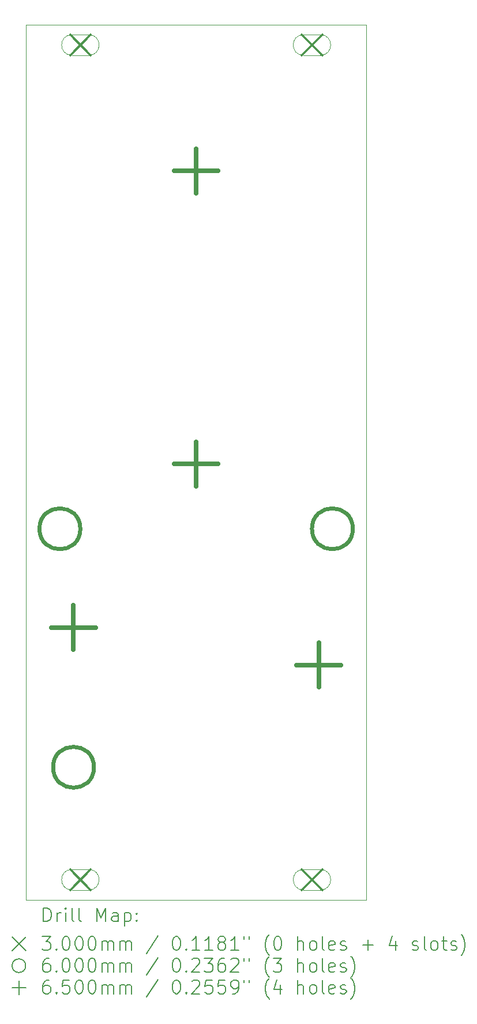
<source format=gbr>
%TF.GenerationSoftware,KiCad,Pcbnew,7.0.11-7.0.11~ubuntu22.04.1*%
%TF.CreationDate,2024-10-19T21:34:47+01:00*%
%TF.ProjectId,MS20-VCF,4d533230-2d56-4434-962e-6b696361645f,rev?*%
%TF.SameCoordinates,Original*%
%TF.FileFunction,Drillmap*%
%TF.FilePolarity,Positive*%
%FSLAX45Y45*%
G04 Gerber Fmt 4.5, Leading zero omitted, Abs format (unit mm)*
G04 Created by KiCad (PCBNEW 7.0.11-7.0.11~ubuntu22.04.1) date 2024-10-19 21:34:47*
%MOMM*%
%LPD*%
G01*
G04 APERTURE LIST*
%ADD10C,0.050000*%
%ADD11C,0.200000*%
%ADD12C,0.300000*%
%ADD13C,0.100000*%
%ADD14C,0.600000*%
%ADD15C,0.650000*%
G04 APERTURE END LIST*
D10*
X15300000Y-2700000D02*
X15300000Y-15550000D01*
X10300000Y-2700000D02*
X10300000Y-15550000D01*
X15300000Y-15550000D02*
X10300000Y-15550000D01*
X10300000Y-2700000D02*
X15300000Y-2700000D01*
D11*
D12*
X10950000Y-2850000D02*
X11250000Y-3150000D01*
X11250000Y-2850000D02*
X10950000Y-3150000D01*
D13*
X10975000Y-3150000D02*
X11225000Y-3150000D01*
X11225000Y-3150000D02*
G75*
G03*
X11225000Y-2850000I0J150000D01*
G01*
X11225000Y-2850000D02*
X10975000Y-2850000D01*
X10975000Y-2850000D02*
G75*
G03*
X10975000Y-3150000I0J-150000D01*
G01*
D12*
X10950000Y-15100000D02*
X11250000Y-15400000D01*
X11250000Y-15100000D02*
X10950000Y-15400000D01*
D13*
X10975000Y-15400000D02*
X11225000Y-15400000D01*
X11225000Y-15400000D02*
G75*
G03*
X11225000Y-15100000I0J150000D01*
G01*
X11225000Y-15100000D02*
X10975000Y-15100000D01*
X10975000Y-15100000D02*
G75*
G03*
X10975000Y-15400000I0J-150000D01*
G01*
D12*
X14350000Y-2850000D02*
X14650000Y-3150000D01*
X14650000Y-2850000D02*
X14350000Y-3150000D01*
D13*
X14375000Y-3150000D02*
X14625000Y-3150000D01*
X14625000Y-3150000D02*
G75*
G03*
X14625000Y-2850000I0J150000D01*
G01*
X14625000Y-2850000D02*
X14375000Y-2850000D01*
X14375000Y-2850000D02*
G75*
G03*
X14375000Y-3150000I0J-150000D01*
G01*
D12*
X14350000Y-15100000D02*
X14650000Y-15400000D01*
X14650000Y-15100000D02*
X14350000Y-15400000D01*
D13*
X14375000Y-15400000D02*
X14625000Y-15400000D01*
X14625000Y-15400000D02*
G75*
G03*
X14625000Y-15100000I0J150000D01*
G01*
X14625000Y-15100000D02*
X14375000Y-15100000D01*
X14375000Y-15100000D02*
G75*
G03*
X14375000Y-15400000I0J-150000D01*
G01*
D14*
X11100000Y-10100000D02*
G75*
G03*
X10500000Y-10100000I-300000J0D01*
G01*
X10500000Y-10100000D02*
G75*
G03*
X11100000Y-10100000I300000J0D01*
G01*
X11300000Y-13600000D02*
G75*
G03*
X10700000Y-13600000I-300000J0D01*
G01*
X10700000Y-13600000D02*
G75*
G03*
X11300000Y-13600000I300000J0D01*
G01*
X15100000Y-10100000D02*
G75*
G03*
X14500000Y-10100000I-300000J0D01*
G01*
X14500000Y-10100000D02*
G75*
G03*
X15100000Y-10100000I300000J0D01*
G01*
D15*
X11000000Y-11225000D02*
X11000000Y-11875000D01*
X10675000Y-11550000D02*
X11325000Y-11550000D01*
X12800000Y-4525000D02*
X12800000Y-5175000D01*
X12475000Y-4850000D02*
X13125000Y-4850000D01*
X12800000Y-8825000D02*
X12800000Y-9475000D01*
X12475000Y-9150000D02*
X13125000Y-9150000D01*
X14600000Y-11775000D02*
X14600000Y-12425000D01*
X14275000Y-12100000D02*
X14925000Y-12100000D01*
D11*
X10558277Y-15863984D02*
X10558277Y-15663984D01*
X10558277Y-15663984D02*
X10605896Y-15663984D01*
X10605896Y-15663984D02*
X10634467Y-15673508D01*
X10634467Y-15673508D02*
X10653515Y-15692555D01*
X10653515Y-15692555D02*
X10663039Y-15711603D01*
X10663039Y-15711603D02*
X10672562Y-15749698D01*
X10672562Y-15749698D02*
X10672562Y-15778269D01*
X10672562Y-15778269D02*
X10663039Y-15816365D01*
X10663039Y-15816365D02*
X10653515Y-15835412D01*
X10653515Y-15835412D02*
X10634467Y-15854460D01*
X10634467Y-15854460D02*
X10605896Y-15863984D01*
X10605896Y-15863984D02*
X10558277Y-15863984D01*
X10758277Y-15863984D02*
X10758277Y-15730650D01*
X10758277Y-15768746D02*
X10767801Y-15749698D01*
X10767801Y-15749698D02*
X10777324Y-15740174D01*
X10777324Y-15740174D02*
X10796372Y-15730650D01*
X10796372Y-15730650D02*
X10815420Y-15730650D01*
X10882086Y-15863984D02*
X10882086Y-15730650D01*
X10882086Y-15663984D02*
X10872562Y-15673508D01*
X10872562Y-15673508D02*
X10882086Y-15683031D01*
X10882086Y-15683031D02*
X10891610Y-15673508D01*
X10891610Y-15673508D02*
X10882086Y-15663984D01*
X10882086Y-15663984D02*
X10882086Y-15683031D01*
X11005896Y-15863984D02*
X10986848Y-15854460D01*
X10986848Y-15854460D02*
X10977324Y-15835412D01*
X10977324Y-15835412D02*
X10977324Y-15663984D01*
X11110658Y-15863984D02*
X11091610Y-15854460D01*
X11091610Y-15854460D02*
X11082086Y-15835412D01*
X11082086Y-15835412D02*
X11082086Y-15663984D01*
X11339229Y-15863984D02*
X11339229Y-15663984D01*
X11339229Y-15663984D02*
X11405896Y-15806841D01*
X11405896Y-15806841D02*
X11472562Y-15663984D01*
X11472562Y-15663984D02*
X11472562Y-15863984D01*
X11653515Y-15863984D02*
X11653515Y-15759222D01*
X11653515Y-15759222D02*
X11643991Y-15740174D01*
X11643991Y-15740174D02*
X11624943Y-15730650D01*
X11624943Y-15730650D02*
X11586848Y-15730650D01*
X11586848Y-15730650D02*
X11567800Y-15740174D01*
X11653515Y-15854460D02*
X11634467Y-15863984D01*
X11634467Y-15863984D02*
X11586848Y-15863984D01*
X11586848Y-15863984D02*
X11567800Y-15854460D01*
X11567800Y-15854460D02*
X11558277Y-15835412D01*
X11558277Y-15835412D02*
X11558277Y-15816365D01*
X11558277Y-15816365D02*
X11567800Y-15797317D01*
X11567800Y-15797317D02*
X11586848Y-15787793D01*
X11586848Y-15787793D02*
X11634467Y-15787793D01*
X11634467Y-15787793D02*
X11653515Y-15778269D01*
X11748753Y-15730650D02*
X11748753Y-15930650D01*
X11748753Y-15740174D02*
X11767800Y-15730650D01*
X11767800Y-15730650D02*
X11805896Y-15730650D01*
X11805896Y-15730650D02*
X11824943Y-15740174D01*
X11824943Y-15740174D02*
X11834467Y-15749698D01*
X11834467Y-15749698D02*
X11843991Y-15768746D01*
X11843991Y-15768746D02*
X11843991Y-15825888D01*
X11843991Y-15825888D02*
X11834467Y-15844936D01*
X11834467Y-15844936D02*
X11824943Y-15854460D01*
X11824943Y-15854460D02*
X11805896Y-15863984D01*
X11805896Y-15863984D02*
X11767800Y-15863984D01*
X11767800Y-15863984D02*
X11748753Y-15854460D01*
X11929705Y-15844936D02*
X11939229Y-15854460D01*
X11939229Y-15854460D02*
X11929705Y-15863984D01*
X11929705Y-15863984D02*
X11920181Y-15854460D01*
X11920181Y-15854460D02*
X11929705Y-15844936D01*
X11929705Y-15844936D02*
X11929705Y-15863984D01*
X11929705Y-15740174D02*
X11939229Y-15749698D01*
X11939229Y-15749698D02*
X11929705Y-15759222D01*
X11929705Y-15759222D02*
X11920181Y-15749698D01*
X11920181Y-15749698D02*
X11929705Y-15740174D01*
X11929705Y-15740174D02*
X11929705Y-15759222D01*
X10097500Y-16092500D02*
X10297500Y-16292500D01*
X10297500Y-16092500D02*
X10097500Y-16292500D01*
X10539229Y-16083984D02*
X10663039Y-16083984D01*
X10663039Y-16083984D02*
X10596372Y-16160174D01*
X10596372Y-16160174D02*
X10624943Y-16160174D01*
X10624943Y-16160174D02*
X10643991Y-16169698D01*
X10643991Y-16169698D02*
X10653515Y-16179222D01*
X10653515Y-16179222D02*
X10663039Y-16198269D01*
X10663039Y-16198269D02*
X10663039Y-16245888D01*
X10663039Y-16245888D02*
X10653515Y-16264936D01*
X10653515Y-16264936D02*
X10643991Y-16274460D01*
X10643991Y-16274460D02*
X10624943Y-16283984D01*
X10624943Y-16283984D02*
X10567801Y-16283984D01*
X10567801Y-16283984D02*
X10548753Y-16274460D01*
X10548753Y-16274460D02*
X10539229Y-16264936D01*
X10748753Y-16264936D02*
X10758277Y-16274460D01*
X10758277Y-16274460D02*
X10748753Y-16283984D01*
X10748753Y-16283984D02*
X10739229Y-16274460D01*
X10739229Y-16274460D02*
X10748753Y-16264936D01*
X10748753Y-16264936D02*
X10748753Y-16283984D01*
X10882086Y-16083984D02*
X10901134Y-16083984D01*
X10901134Y-16083984D02*
X10920182Y-16093508D01*
X10920182Y-16093508D02*
X10929705Y-16103031D01*
X10929705Y-16103031D02*
X10939229Y-16122079D01*
X10939229Y-16122079D02*
X10948753Y-16160174D01*
X10948753Y-16160174D02*
X10948753Y-16207793D01*
X10948753Y-16207793D02*
X10939229Y-16245888D01*
X10939229Y-16245888D02*
X10929705Y-16264936D01*
X10929705Y-16264936D02*
X10920182Y-16274460D01*
X10920182Y-16274460D02*
X10901134Y-16283984D01*
X10901134Y-16283984D02*
X10882086Y-16283984D01*
X10882086Y-16283984D02*
X10863039Y-16274460D01*
X10863039Y-16274460D02*
X10853515Y-16264936D01*
X10853515Y-16264936D02*
X10843991Y-16245888D01*
X10843991Y-16245888D02*
X10834467Y-16207793D01*
X10834467Y-16207793D02*
X10834467Y-16160174D01*
X10834467Y-16160174D02*
X10843991Y-16122079D01*
X10843991Y-16122079D02*
X10853515Y-16103031D01*
X10853515Y-16103031D02*
X10863039Y-16093508D01*
X10863039Y-16093508D02*
X10882086Y-16083984D01*
X11072562Y-16083984D02*
X11091610Y-16083984D01*
X11091610Y-16083984D02*
X11110658Y-16093508D01*
X11110658Y-16093508D02*
X11120182Y-16103031D01*
X11120182Y-16103031D02*
X11129705Y-16122079D01*
X11129705Y-16122079D02*
X11139229Y-16160174D01*
X11139229Y-16160174D02*
X11139229Y-16207793D01*
X11139229Y-16207793D02*
X11129705Y-16245888D01*
X11129705Y-16245888D02*
X11120182Y-16264936D01*
X11120182Y-16264936D02*
X11110658Y-16274460D01*
X11110658Y-16274460D02*
X11091610Y-16283984D01*
X11091610Y-16283984D02*
X11072562Y-16283984D01*
X11072562Y-16283984D02*
X11053515Y-16274460D01*
X11053515Y-16274460D02*
X11043991Y-16264936D01*
X11043991Y-16264936D02*
X11034467Y-16245888D01*
X11034467Y-16245888D02*
X11024943Y-16207793D01*
X11024943Y-16207793D02*
X11024943Y-16160174D01*
X11024943Y-16160174D02*
X11034467Y-16122079D01*
X11034467Y-16122079D02*
X11043991Y-16103031D01*
X11043991Y-16103031D02*
X11053515Y-16093508D01*
X11053515Y-16093508D02*
X11072562Y-16083984D01*
X11263039Y-16083984D02*
X11282086Y-16083984D01*
X11282086Y-16083984D02*
X11301134Y-16093508D01*
X11301134Y-16093508D02*
X11310658Y-16103031D01*
X11310658Y-16103031D02*
X11320181Y-16122079D01*
X11320181Y-16122079D02*
X11329705Y-16160174D01*
X11329705Y-16160174D02*
X11329705Y-16207793D01*
X11329705Y-16207793D02*
X11320181Y-16245888D01*
X11320181Y-16245888D02*
X11310658Y-16264936D01*
X11310658Y-16264936D02*
X11301134Y-16274460D01*
X11301134Y-16274460D02*
X11282086Y-16283984D01*
X11282086Y-16283984D02*
X11263039Y-16283984D01*
X11263039Y-16283984D02*
X11243991Y-16274460D01*
X11243991Y-16274460D02*
X11234467Y-16264936D01*
X11234467Y-16264936D02*
X11224943Y-16245888D01*
X11224943Y-16245888D02*
X11215420Y-16207793D01*
X11215420Y-16207793D02*
X11215420Y-16160174D01*
X11215420Y-16160174D02*
X11224943Y-16122079D01*
X11224943Y-16122079D02*
X11234467Y-16103031D01*
X11234467Y-16103031D02*
X11243991Y-16093508D01*
X11243991Y-16093508D02*
X11263039Y-16083984D01*
X11415420Y-16283984D02*
X11415420Y-16150650D01*
X11415420Y-16169698D02*
X11424943Y-16160174D01*
X11424943Y-16160174D02*
X11443991Y-16150650D01*
X11443991Y-16150650D02*
X11472562Y-16150650D01*
X11472562Y-16150650D02*
X11491610Y-16160174D01*
X11491610Y-16160174D02*
X11501134Y-16179222D01*
X11501134Y-16179222D02*
X11501134Y-16283984D01*
X11501134Y-16179222D02*
X11510658Y-16160174D01*
X11510658Y-16160174D02*
X11529705Y-16150650D01*
X11529705Y-16150650D02*
X11558277Y-16150650D01*
X11558277Y-16150650D02*
X11577324Y-16160174D01*
X11577324Y-16160174D02*
X11586848Y-16179222D01*
X11586848Y-16179222D02*
X11586848Y-16283984D01*
X11682086Y-16283984D02*
X11682086Y-16150650D01*
X11682086Y-16169698D02*
X11691610Y-16160174D01*
X11691610Y-16160174D02*
X11710658Y-16150650D01*
X11710658Y-16150650D02*
X11739229Y-16150650D01*
X11739229Y-16150650D02*
X11758277Y-16160174D01*
X11758277Y-16160174D02*
X11767801Y-16179222D01*
X11767801Y-16179222D02*
X11767801Y-16283984D01*
X11767801Y-16179222D02*
X11777324Y-16160174D01*
X11777324Y-16160174D02*
X11796372Y-16150650D01*
X11796372Y-16150650D02*
X11824943Y-16150650D01*
X11824943Y-16150650D02*
X11843991Y-16160174D01*
X11843991Y-16160174D02*
X11853515Y-16179222D01*
X11853515Y-16179222D02*
X11853515Y-16283984D01*
X12243991Y-16074460D02*
X12072563Y-16331603D01*
X12501134Y-16083984D02*
X12520182Y-16083984D01*
X12520182Y-16083984D02*
X12539229Y-16093508D01*
X12539229Y-16093508D02*
X12548753Y-16103031D01*
X12548753Y-16103031D02*
X12558277Y-16122079D01*
X12558277Y-16122079D02*
X12567801Y-16160174D01*
X12567801Y-16160174D02*
X12567801Y-16207793D01*
X12567801Y-16207793D02*
X12558277Y-16245888D01*
X12558277Y-16245888D02*
X12548753Y-16264936D01*
X12548753Y-16264936D02*
X12539229Y-16274460D01*
X12539229Y-16274460D02*
X12520182Y-16283984D01*
X12520182Y-16283984D02*
X12501134Y-16283984D01*
X12501134Y-16283984D02*
X12482086Y-16274460D01*
X12482086Y-16274460D02*
X12472563Y-16264936D01*
X12472563Y-16264936D02*
X12463039Y-16245888D01*
X12463039Y-16245888D02*
X12453515Y-16207793D01*
X12453515Y-16207793D02*
X12453515Y-16160174D01*
X12453515Y-16160174D02*
X12463039Y-16122079D01*
X12463039Y-16122079D02*
X12472563Y-16103031D01*
X12472563Y-16103031D02*
X12482086Y-16093508D01*
X12482086Y-16093508D02*
X12501134Y-16083984D01*
X12653515Y-16264936D02*
X12663039Y-16274460D01*
X12663039Y-16274460D02*
X12653515Y-16283984D01*
X12653515Y-16283984D02*
X12643991Y-16274460D01*
X12643991Y-16274460D02*
X12653515Y-16264936D01*
X12653515Y-16264936D02*
X12653515Y-16283984D01*
X12853515Y-16283984D02*
X12739229Y-16283984D01*
X12796372Y-16283984D02*
X12796372Y-16083984D01*
X12796372Y-16083984D02*
X12777324Y-16112555D01*
X12777324Y-16112555D02*
X12758277Y-16131603D01*
X12758277Y-16131603D02*
X12739229Y-16141127D01*
X13043991Y-16283984D02*
X12929705Y-16283984D01*
X12986848Y-16283984D02*
X12986848Y-16083984D01*
X12986848Y-16083984D02*
X12967801Y-16112555D01*
X12967801Y-16112555D02*
X12948753Y-16131603D01*
X12948753Y-16131603D02*
X12929705Y-16141127D01*
X13158277Y-16169698D02*
X13139229Y-16160174D01*
X13139229Y-16160174D02*
X13129705Y-16150650D01*
X13129705Y-16150650D02*
X13120182Y-16131603D01*
X13120182Y-16131603D02*
X13120182Y-16122079D01*
X13120182Y-16122079D02*
X13129705Y-16103031D01*
X13129705Y-16103031D02*
X13139229Y-16093508D01*
X13139229Y-16093508D02*
X13158277Y-16083984D01*
X13158277Y-16083984D02*
X13196372Y-16083984D01*
X13196372Y-16083984D02*
X13215420Y-16093508D01*
X13215420Y-16093508D02*
X13224944Y-16103031D01*
X13224944Y-16103031D02*
X13234467Y-16122079D01*
X13234467Y-16122079D02*
X13234467Y-16131603D01*
X13234467Y-16131603D02*
X13224944Y-16150650D01*
X13224944Y-16150650D02*
X13215420Y-16160174D01*
X13215420Y-16160174D02*
X13196372Y-16169698D01*
X13196372Y-16169698D02*
X13158277Y-16169698D01*
X13158277Y-16169698D02*
X13139229Y-16179222D01*
X13139229Y-16179222D02*
X13129705Y-16188746D01*
X13129705Y-16188746D02*
X13120182Y-16207793D01*
X13120182Y-16207793D02*
X13120182Y-16245888D01*
X13120182Y-16245888D02*
X13129705Y-16264936D01*
X13129705Y-16264936D02*
X13139229Y-16274460D01*
X13139229Y-16274460D02*
X13158277Y-16283984D01*
X13158277Y-16283984D02*
X13196372Y-16283984D01*
X13196372Y-16283984D02*
X13215420Y-16274460D01*
X13215420Y-16274460D02*
X13224944Y-16264936D01*
X13224944Y-16264936D02*
X13234467Y-16245888D01*
X13234467Y-16245888D02*
X13234467Y-16207793D01*
X13234467Y-16207793D02*
X13224944Y-16188746D01*
X13224944Y-16188746D02*
X13215420Y-16179222D01*
X13215420Y-16179222D02*
X13196372Y-16169698D01*
X13424944Y-16283984D02*
X13310658Y-16283984D01*
X13367801Y-16283984D02*
X13367801Y-16083984D01*
X13367801Y-16083984D02*
X13348753Y-16112555D01*
X13348753Y-16112555D02*
X13329705Y-16131603D01*
X13329705Y-16131603D02*
X13310658Y-16141127D01*
X13501134Y-16083984D02*
X13501134Y-16122079D01*
X13577325Y-16083984D02*
X13577325Y-16122079D01*
X13872563Y-16360174D02*
X13863039Y-16350650D01*
X13863039Y-16350650D02*
X13843991Y-16322079D01*
X13843991Y-16322079D02*
X13834467Y-16303031D01*
X13834467Y-16303031D02*
X13824944Y-16274460D01*
X13824944Y-16274460D02*
X13815420Y-16226841D01*
X13815420Y-16226841D02*
X13815420Y-16188746D01*
X13815420Y-16188746D02*
X13824944Y-16141127D01*
X13824944Y-16141127D02*
X13834467Y-16112555D01*
X13834467Y-16112555D02*
X13843991Y-16093508D01*
X13843991Y-16093508D02*
X13863039Y-16064936D01*
X13863039Y-16064936D02*
X13872563Y-16055412D01*
X13986848Y-16083984D02*
X14005896Y-16083984D01*
X14005896Y-16083984D02*
X14024944Y-16093508D01*
X14024944Y-16093508D02*
X14034467Y-16103031D01*
X14034467Y-16103031D02*
X14043991Y-16122079D01*
X14043991Y-16122079D02*
X14053515Y-16160174D01*
X14053515Y-16160174D02*
X14053515Y-16207793D01*
X14053515Y-16207793D02*
X14043991Y-16245888D01*
X14043991Y-16245888D02*
X14034467Y-16264936D01*
X14034467Y-16264936D02*
X14024944Y-16274460D01*
X14024944Y-16274460D02*
X14005896Y-16283984D01*
X14005896Y-16283984D02*
X13986848Y-16283984D01*
X13986848Y-16283984D02*
X13967801Y-16274460D01*
X13967801Y-16274460D02*
X13958277Y-16264936D01*
X13958277Y-16264936D02*
X13948753Y-16245888D01*
X13948753Y-16245888D02*
X13939229Y-16207793D01*
X13939229Y-16207793D02*
X13939229Y-16160174D01*
X13939229Y-16160174D02*
X13948753Y-16122079D01*
X13948753Y-16122079D02*
X13958277Y-16103031D01*
X13958277Y-16103031D02*
X13967801Y-16093508D01*
X13967801Y-16093508D02*
X13986848Y-16083984D01*
X14291610Y-16283984D02*
X14291610Y-16083984D01*
X14377325Y-16283984D02*
X14377325Y-16179222D01*
X14377325Y-16179222D02*
X14367801Y-16160174D01*
X14367801Y-16160174D02*
X14348753Y-16150650D01*
X14348753Y-16150650D02*
X14320182Y-16150650D01*
X14320182Y-16150650D02*
X14301134Y-16160174D01*
X14301134Y-16160174D02*
X14291610Y-16169698D01*
X14501134Y-16283984D02*
X14482087Y-16274460D01*
X14482087Y-16274460D02*
X14472563Y-16264936D01*
X14472563Y-16264936D02*
X14463039Y-16245888D01*
X14463039Y-16245888D02*
X14463039Y-16188746D01*
X14463039Y-16188746D02*
X14472563Y-16169698D01*
X14472563Y-16169698D02*
X14482087Y-16160174D01*
X14482087Y-16160174D02*
X14501134Y-16150650D01*
X14501134Y-16150650D02*
X14529706Y-16150650D01*
X14529706Y-16150650D02*
X14548753Y-16160174D01*
X14548753Y-16160174D02*
X14558277Y-16169698D01*
X14558277Y-16169698D02*
X14567801Y-16188746D01*
X14567801Y-16188746D02*
X14567801Y-16245888D01*
X14567801Y-16245888D02*
X14558277Y-16264936D01*
X14558277Y-16264936D02*
X14548753Y-16274460D01*
X14548753Y-16274460D02*
X14529706Y-16283984D01*
X14529706Y-16283984D02*
X14501134Y-16283984D01*
X14682087Y-16283984D02*
X14663039Y-16274460D01*
X14663039Y-16274460D02*
X14653515Y-16255412D01*
X14653515Y-16255412D02*
X14653515Y-16083984D01*
X14834468Y-16274460D02*
X14815420Y-16283984D01*
X14815420Y-16283984D02*
X14777325Y-16283984D01*
X14777325Y-16283984D02*
X14758277Y-16274460D01*
X14758277Y-16274460D02*
X14748753Y-16255412D01*
X14748753Y-16255412D02*
X14748753Y-16179222D01*
X14748753Y-16179222D02*
X14758277Y-16160174D01*
X14758277Y-16160174D02*
X14777325Y-16150650D01*
X14777325Y-16150650D02*
X14815420Y-16150650D01*
X14815420Y-16150650D02*
X14834468Y-16160174D01*
X14834468Y-16160174D02*
X14843991Y-16179222D01*
X14843991Y-16179222D02*
X14843991Y-16198269D01*
X14843991Y-16198269D02*
X14748753Y-16217317D01*
X14920182Y-16274460D02*
X14939229Y-16283984D01*
X14939229Y-16283984D02*
X14977325Y-16283984D01*
X14977325Y-16283984D02*
X14996372Y-16274460D01*
X14996372Y-16274460D02*
X15005896Y-16255412D01*
X15005896Y-16255412D02*
X15005896Y-16245888D01*
X15005896Y-16245888D02*
X14996372Y-16226841D01*
X14996372Y-16226841D02*
X14977325Y-16217317D01*
X14977325Y-16217317D02*
X14948753Y-16217317D01*
X14948753Y-16217317D02*
X14929706Y-16207793D01*
X14929706Y-16207793D02*
X14920182Y-16188746D01*
X14920182Y-16188746D02*
X14920182Y-16179222D01*
X14920182Y-16179222D02*
X14929706Y-16160174D01*
X14929706Y-16160174D02*
X14948753Y-16150650D01*
X14948753Y-16150650D02*
X14977325Y-16150650D01*
X14977325Y-16150650D02*
X14996372Y-16160174D01*
X15243991Y-16207793D02*
X15396372Y-16207793D01*
X15320182Y-16283984D02*
X15320182Y-16131603D01*
X15729706Y-16150650D02*
X15729706Y-16283984D01*
X15682087Y-16074460D02*
X15634468Y-16217317D01*
X15634468Y-16217317D02*
X15758277Y-16217317D01*
X15977325Y-16274460D02*
X15996372Y-16283984D01*
X15996372Y-16283984D02*
X16034468Y-16283984D01*
X16034468Y-16283984D02*
X16053515Y-16274460D01*
X16053515Y-16274460D02*
X16063039Y-16255412D01*
X16063039Y-16255412D02*
X16063039Y-16245888D01*
X16063039Y-16245888D02*
X16053515Y-16226841D01*
X16053515Y-16226841D02*
X16034468Y-16217317D01*
X16034468Y-16217317D02*
X16005896Y-16217317D01*
X16005896Y-16217317D02*
X15986849Y-16207793D01*
X15986849Y-16207793D02*
X15977325Y-16188746D01*
X15977325Y-16188746D02*
X15977325Y-16179222D01*
X15977325Y-16179222D02*
X15986849Y-16160174D01*
X15986849Y-16160174D02*
X16005896Y-16150650D01*
X16005896Y-16150650D02*
X16034468Y-16150650D01*
X16034468Y-16150650D02*
X16053515Y-16160174D01*
X16177325Y-16283984D02*
X16158277Y-16274460D01*
X16158277Y-16274460D02*
X16148753Y-16255412D01*
X16148753Y-16255412D02*
X16148753Y-16083984D01*
X16282087Y-16283984D02*
X16263039Y-16274460D01*
X16263039Y-16274460D02*
X16253515Y-16264936D01*
X16253515Y-16264936D02*
X16243992Y-16245888D01*
X16243992Y-16245888D02*
X16243992Y-16188746D01*
X16243992Y-16188746D02*
X16253515Y-16169698D01*
X16253515Y-16169698D02*
X16263039Y-16160174D01*
X16263039Y-16160174D02*
X16282087Y-16150650D01*
X16282087Y-16150650D02*
X16310658Y-16150650D01*
X16310658Y-16150650D02*
X16329706Y-16160174D01*
X16329706Y-16160174D02*
X16339230Y-16169698D01*
X16339230Y-16169698D02*
X16348753Y-16188746D01*
X16348753Y-16188746D02*
X16348753Y-16245888D01*
X16348753Y-16245888D02*
X16339230Y-16264936D01*
X16339230Y-16264936D02*
X16329706Y-16274460D01*
X16329706Y-16274460D02*
X16310658Y-16283984D01*
X16310658Y-16283984D02*
X16282087Y-16283984D01*
X16405896Y-16150650D02*
X16482087Y-16150650D01*
X16434468Y-16083984D02*
X16434468Y-16255412D01*
X16434468Y-16255412D02*
X16443992Y-16274460D01*
X16443992Y-16274460D02*
X16463039Y-16283984D01*
X16463039Y-16283984D02*
X16482087Y-16283984D01*
X16539230Y-16274460D02*
X16558277Y-16283984D01*
X16558277Y-16283984D02*
X16596372Y-16283984D01*
X16596372Y-16283984D02*
X16615420Y-16274460D01*
X16615420Y-16274460D02*
X16624944Y-16255412D01*
X16624944Y-16255412D02*
X16624944Y-16245888D01*
X16624944Y-16245888D02*
X16615420Y-16226841D01*
X16615420Y-16226841D02*
X16596372Y-16217317D01*
X16596372Y-16217317D02*
X16567801Y-16217317D01*
X16567801Y-16217317D02*
X16548753Y-16207793D01*
X16548753Y-16207793D02*
X16539230Y-16188746D01*
X16539230Y-16188746D02*
X16539230Y-16179222D01*
X16539230Y-16179222D02*
X16548753Y-16160174D01*
X16548753Y-16160174D02*
X16567801Y-16150650D01*
X16567801Y-16150650D02*
X16596372Y-16150650D01*
X16596372Y-16150650D02*
X16615420Y-16160174D01*
X16691611Y-16360174D02*
X16701134Y-16350650D01*
X16701134Y-16350650D02*
X16720182Y-16322079D01*
X16720182Y-16322079D02*
X16729706Y-16303031D01*
X16729706Y-16303031D02*
X16739230Y-16274460D01*
X16739230Y-16274460D02*
X16748753Y-16226841D01*
X16748753Y-16226841D02*
X16748753Y-16188746D01*
X16748753Y-16188746D02*
X16739230Y-16141127D01*
X16739230Y-16141127D02*
X16729706Y-16112555D01*
X16729706Y-16112555D02*
X16720182Y-16093508D01*
X16720182Y-16093508D02*
X16701134Y-16064936D01*
X16701134Y-16064936D02*
X16691611Y-16055412D01*
X10297500Y-16512500D02*
G75*
G03*
X10097500Y-16512500I-100000J0D01*
G01*
X10097500Y-16512500D02*
G75*
G03*
X10297500Y-16512500I100000J0D01*
G01*
X10643991Y-16403984D02*
X10605896Y-16403984D01*
X10605896Y-16403984D02*
X10586848Y-16413508D01*
X10586848Y-16413508D02*
X10577324Y-16423031D01*
X10577324Y-16423031D02*
X10558277Y-16451603D01*
X10558277Y-16451603D02*
X10548753Y-16489698D01*
X10548753Y-16489698D02*
X10548753Y-16565888D01*
X10548753Y-16565888D02*
X10558277Y-16584936D01*
X10558277Y-16584936D02*
X10567801Y-16594460D01*
X10567801Y-16594460D02*
X10586848Y-16603984D01*
X10586848Y-16603984D02*
X10624943Y-16603984D01*
X10624943Y-16603984D02*
X10643991Y-16594460D01*
X10643991Y-16594460D02*
X10653515Y-16584936D01*
X10653515Y-16584936D02*
X10663039Y-16565888D01*
X10663039Y-16565888D02*
X10663039Y-16518269D01*
X10663039Y-16518269D02*
X10653515Y-16499222D01*
X10653515Y-16499222D02*
X10643991Y-16489698D01*
X10643991Y-16489698D02*
X10624943Y-16480174D01*
X10624943Y-16480174D02*
X10586848Y-16480174D01*
X10586848Y-16480174D02*
X10567801Y-16489698D01*
X10567801Y-16489698D02*
X10558277Y-16499222D01*
X10558277Y-16499222D02*
X10548753Y-16518269D01*
X10748753Y-16584936D02*
X10758277Y-16594460D01*
X10758277Y-16594460D02*
X10748753Y-16603984D01*
X10748753Y-16603984D02*
X10739229Y-16594460D01*
X10739229Y-16594460D02*
X10748753Y-16584936D01*
X10748753Y-16584936D02*
X10748753Y-16603984D01*
X10882086Y-16403984D02*
X10901134Y-16403984D01*
X10901134Y-16403984D02*
X10920182Y-16413508D01*
X10920182Y-16413508D02*
X10929705Y-16423031D01*
X10929705Y-16423031D02*
X10939229Y-16442079D01*
X10939229Y-16442079D02*
X10948753Y-16480174D01*
X10948753Y-16480174D02*
X10948753Y-16527793D01*
X10948753Y-16527793D02*
X10939229Y-16565888D01*
X10939229Y-16565888D02*
X10929705Y-16584936D01*
X10929705Y-16584936D02*
X10920182Y-16594460D01*
X10920182Y-16594460D02*
X10901134Y-16603984D01*
X10901134Y-16603984D02*
X10882086Y-16603984D01*
X10882086Y-16603984D02*
X10863039Y-16594460D01*
X10863039Y-16594460D02*
X10853515Y-16584936D01*
X10853515Y-16584936D02*
X10843991Y-16565888D01*
X10843991Y-16565888D02*
X10834467Y-16527793D01*
X10834467Y-16527793D02*
X10834467Y-16480174D01*
X10834467Y-16480174D02*
X10843991Y-16442079D01*
X10843991Y-16442079D02*
X10853515Y-16423031D01*
X10853515Y-16423031D02*
X10863039Y-16413508D01*
X10863039Y-16413508D02*
X10882086Y-16403984D01*
X11072562Y-16403984D02*
X11091610Y-16403984D01*
X11091610Y-16403984D02*
X11110658Y-16413508D01*
X11110658Y-16413508D02*
X11120182Y-16423031D01*
X11120182Y-16423031D02*
X11129705Y-16442079D01*
X11129705Y-16442079D02*
X11139229Y-16480174D01*
X11139229Y-16480174D02*
X11139229Y-16527793D01*
X11139229Y-16527793D02*
X11129705Y-16565888D01*
X11129705Y-16565888D02*
X11120182Y-16584936D01*
X11120182Y-16584936D02*
X11110658Y-16594460D01*
X11110658Y-16594460D02*
X11091610Y-16603984D01*
X11091610Y-16603984D02*
X11072562Y-16603984D01*
X11072562Y-16603984D02*
X11053515Y-16594460D01*
X11053515Y-16594460D02*
X11043991Y-16584936D01*
X11043991Y-16584936D02*
X11034467Y-16565888D01*
X11034467Y-16565888D02*
X11024943Y-16527793D01*
X11024943Y-16527793D02*
X11024943Y-16480174D01*
X11024943Y-16480174D02*
X11034467Y-16442079D01*
X11034467Y-16442079D02*
X11043991Y-16423031D01*
X11043991Y-16423031D02*
X11053515Y-16413508D01*
X11053515Y-16413508D02*
X11072562Y-16403984D01*
X11263039Y-16403984D02*
X11282086Y-16403984D01*
X11282086Y-16403984D02*
X11301134Y-16413508D01*
X11301134Y-16413508D02*
X11310658Y-16423031D01*
X11310658Y-16423031D02*
X11320181Y-16442079D01*
X11320181Y-16442079D02*
X11329705Y-16480174D01*
X11329705Y-16480174D02*
X11329705Y-16527793D01*
X11329705Y-16527793D02*
X11320181Y-16565888D01*
X11320181Y-16565888D02*
X11310658Y-16584936D01*
X11310658Y-16584936D02*
X11301134Y-16594460D01*
X11301134Y-16594460D02*
X11282086Y-16603984D01*
X11282086Y-16603984D02*
X11263039Y-16603984D01*
X11263039Y-16603984D02*
X11243991Y-16594460D01*
X11243991Y-16594460D02*
X11234467Y-16584936D01*
X11234467Y-16584936D02*
X11224943Y-16565888D01*
X11224943Y-16565888D02*
X11215420Y-16527793D01*
X11215420Y-16527793D02*
X11215420Y-16480174D01*
X11215420Y-16480174D02*
X11224943Y-16442079D01*
X11224943Y-16442079D02*
X11234467Y-16423031D01*
X11234467Y-16423031D02*
X11243991Y-16413508D01*
X11243991Y-16413508D02*
X11263039Y-16403984D01*
X11415420Y-16603984D02*
X11415420Y-16470650D01*
X11415420Y-16489698D02*
X11424943Y-16480174D01*
X11424943Y-16480174D02*
X11443991Y-16470650D01*
X11443991Y-16470650D02*
X11472562Y-16470650D01*
X11472562Y-16470650D02*
X11491610Y-16480174D01*
X11491610Y-16480174D02*
X11501134Y-16499222D01*
X11501134Y-16499222D02*
X11501134Y-16603984D01*
X11501134Y-16499222D02*
X11510658Y-16480174D01*
X11510658Y-16480174D02*
X11529705Y-16470650D01*
X11529705Y-16470650D02*
X11558277Y-16470650D01*
X11558277Y-16470650D02*
X11577324Y-16480174D01*
X11577324Y-16480174D02*
X11586848Y-16499222D01*
X11586848Y-16499222D02*
X11586848Y-16603984D01*
X11682086Y-16603984D02*
X11682086Y-16470650D01*
X11682086Y-16489698D02*
X11691610Y-16480174D01*
X11691610Y-16480174D02*
X11710658Y-16470650D01*
X11710658Y-16470650D02*
X11739229Y-16470650D01*
X11739229Y-16470650D02*
X11758277Y-16480174D01*
X11758277Y-16480174D02*
X11767801Y-16499222D01*
X11767801Y-16499222D02*
X11767801Y-16603984D01*
X11767801Y-16499222D02*
X11777324Y-16480174D01*
X11777324Y-16480174D02*
X11796372Y-16470650D01*
X11796372Y-16470650D02*
X11824943Y-16470650D01*
X11824943Y-16470650D02*
X11843991Y-16480174D01*
X11843991Y-16480174D02*
X11853515Y-16499222D01*
X11853515Y-16499222D02*
X11853515Y-16603984D01*
X12243991Y-16394460D02*
X12072563Y-16651603D01*
X12501134Y-16403984D02*
X12520182Y-16403984D01*
X12520182Y-16403984D02*
X12539229Y-16413508D01*
X12539229Y-16413508D02*
X12548753Y-16423031D01*
X12548753Y-16423031D02*
X12558277Y-16442079D01*
X12558277Y-16442079D02*
X12567801Y-16480174D01*
X12567801Y-16480174D02*
X12567801Y-16527793D01*
X12567801Y-16527793D02*
X12558277Y-16565888D01*
X12558277Y-16565888D02*
X12548753Y-16584936D01*
X12548753Y-16584936D02*
X12539229Y-16594460D01*
X12539229Y-16594460D02*
X12520182Y-16603984D01*
X12520182Y-16603984D02*
X12501134Y-16603984D01*
X12501134Y-16603984D02*
X12482086Y-16594460D01*
X12482086Y-16594460D02*
X12472563Y-16584936D01*
X12472563Y-16584936D02*
X12463039Y-16565888D01*
X12463039Y-16565888D02*
X12453515Y-16527793D01*
X12453515Y-16527793D02*
X12453515Y-16480174D01*
X12453515Y-16480174D02*
X12463039Y-16442079D01*
X12463039Y-16442079D02*
X12472563Y-16423031D01*
X12472563Y-16423031D02*
X12482086Y-16413508D01*
X12482086Y-16413508D02*
X12501134Y-16403984D01*
X12653515Y-16584936D02*
X12663039Y-16594460D01*
X12663039Y-16594460D02*
X12653515Y-16603984D01*
X12653515Y-16603984D02*
X12643991Y-16594460D01*
X12643991Y-16594460D02*
X12653515Y-16584936D01*
X12653515Y-16584936D02*
X12653515Y-16603984D01*
X12739229Y-16423031D02*
X12748753Y-16413508D01*
X12748753Y-16413508D02*
X12767801Y-16403984D01*
X12767801Y-16403984D02*
X12815420Y-16403984D01*
X12815420Y-16403984D02*
X12834467Y-16413508D01*
X12834467Y-16413508D02*
X12843991Y-16423031D01*
X12843991Y-16423031D02*
X12853515Y-16442079D01*
X12853515Y-16442079D02*
X12853515Y-16461127D01*
X12853515Y-16461127D02*
X12843991Y-16489698D01*
X12843991Y-16489698D02*
X12729705Y-16603984D01*
X12729705Y-16603984D02*
X12853515Y-16603984D01*
X12920182Y-16403984D02*
X13043991Y-16403984D01*
X13043991Y-16403984D02*
X12977324Y-16480174D01*
X12977324Y-16480174D02*
X13005896Y-16480174D01*
X13005896Y-16480174D02*
X13024944Y-16489698D01*
X13024944Y-16489698D02*
X13034467Y-16499222D01*
X13034467Y-16499222D02*
X13043991Y-16518269D01*
X13043991Y-16518269D02*
X13043991Y-16565888D01*
X13043991Y-16565888D02*
X13034467Y-16584936D01*
X13034467Y-16584936D02*
X13024944Y-16594460D01*
X13024944Y-16594460D02*
X13005896Y-16603984D01*
X13005896Y-16603984D02*
X12948753Y-16603984D01*
X12948753Y-16603984D02*
X12929705Y-16594460D01*
X12929705Y-16594460D02*
X12920182Y-16584936D01*
X13215420Y-16403984D02*
X13177324Y-16403984D01*
X13177324Y-16403984D02*
X13158277Y-16413508D01*
X13158277Y-16413508D02*
X13148753Y-16423031D01*
X13148753Y-16423031D02*
X13129705Y-16451603D01*
X13129705Y-16451603D02*
X13120182Y-16489698D01*
X13120182Y-16489698D02*
X13120182Y-16565888D01*
X13120182Y-16565888D02*
X13129705Y-16584936D01*
X13129705Y-16584936D02*
X13139229Y-16594460D01*
X13139229Y-16594460D02*
X13158277Y-16603984D01*
X13158277Y-16603984D02*
X13196372Y-16603984D01*
X13196372Y-16603984D02*
X13215420Y-16594460D01*
X13215420Y-16594460D02*
X13224944Y-16584936D01*
X13224944Y-16584936D02*
X13234467Y-16565888D01*
X13234467Y-16565888D02*
X13234467Y-16518269D01*
X13234467Y-16518269D02*
X13224944Y-16499222D01*
X13224944Y-16499222D02*
X13215420Y-16489698D01*
X13215420Y-16489698D02*
X13196372Y-16480174D01*
X13196372Y-16480174D02*
X13158277Y-16480174D01*
X13158277Y-16480174D02*
X13139229Y-16489698D01*
X13139229Y-16489698D02*
X13129705Y-16499222D01*
X13129705Y-16499222D02*
X13120182Y-16518269D01*
X13310658Y-16423031D02*
X13320182Y-16413508D01*
X13320182Y-16413508D02*
X13339229Y-16403984D01*
X13339229Y-16403984D02*
X13386848Y-16403984D01*
X13386848Y-16403984D02*
X13405896Y-16413508D01*
X13405896Y-16413508D02*
X13415420Y-16423031D01*
X13415420Y-16423031D02*
X13424944Y-16442079D01*
X13424944Y-16442079D02*
X13424944Y-16461127D01*
X13424944Y-16461127D02*
X13415420Y-16489698D01*
X13415420Y-16489698D02*
X13301134Y-16603984D01*
X13301134Y-16603984D02*
X13424944Y-16603984D01*
X13501134Y-16403984D02*
X13501134Y-16442079D01*
X13577325Y-16403984D02*
X13577325Y-16442079D01*
X13872563Y-16680174D02*
X13863039Y-16670650D01*
X13863039Y-16670650D02*
X13843991Y-16642079D01*
X13843991Y-16642079D02*
X13834467Y-16623031D01*
X13834467Y-16623031D02*
X13824944Y-16594460D01*
X13824944Y-16594460D02*
X13815420Y-16546841D01*
X13815420Y-16546841D02*
X13815420Y-16508746D01*
X13815420Y-16508746D02*
X13824944Y-16461127D01*
X13824944Y-16461127D02*
X13834467Y-16432555D01*
X13834467Y-16432555D02*
X13843991Y-16413508D01*
X13843991Y-16413508D02*
X13863039Y-16384936D01*
X13863039Y-16384936D02*
X13872563Y-16375412D01*
X13929706Y-16403984D02*
X14053515Y-16403984D01*
X14053515Y-16403984D02*
X13986848Y-16480174D01*
X13986848Y-16480174D02*
X14015420Y-16480174D01*
X14015420Y-16480174D02*
X14034467Y-16489698D01*
X14034467Y-16489698D02*
X14043991Y-16499222D01*
X14043991Y-16499222D02*
X14053515Y-16518269D01*
X14053515Y-16518269D02*
X14053515Y-16565888D01*
X14053515Y-16565888D02*
X14043991Y-16584936D01*
X14043991Y-16584936D02*
X14034467Y-16594460D01*
X14034467Y-16594460D02*
X14015420Y-16603984D01*
X14015420Y-16603984D02*
X13958277Y-16603984D01*
X13958277Y-16603984D02*
X13939229Y-16594460D01*
X13939229Y-16594460D02*
X13929706Y-16584936D01*
X14291610Y-16603984D02*
X14291610Y-16403984D01*
X14377325Y-16603984D02*
X14377325Y-16499222D01*
X14377325Y-16499222D02*
X14367801Y-16480174D01*
X14367801Y-16480174D02*
X14348753Y-16470650D01*
X14348753Y-16470650D02*
X14320182Y-16470650D01*
X14320182Y-16470650D02*
X14301134Y-16480174D01*
X14301134Y-16480174D02*
X14291610Y-16489698D01*
X14501134Y-16603984D02*
X14482087Y-16594460D01*
X14482087Y-16594460D02*
X14472563Y-16584936D01*
X14472563Y-16584936D02*
X14463039Y-16565888D01*
X14463039Y-16565888D02*
X14463039Y-16508746D01*
X14463039Y-16508746D02*
X14472563Y-16489698D01*
X14472563Y-16489698D02*
X14482087Y-16480174D01*
X14482087Y-16480174D02*
X14501134Y-16470650D01*
X14501134Y-16470650D02*
X14529706Y-16470650D01*
X14529706Y-16470650D02*
X14548753Y-16480174D01*
X14548753Y-16480174D02*
X14558277Y-16489698D01*
X14558277Y-16489698D02*
X14567801Y-16508746D01*
X14567801Y-16508746D02*
X14567801Y-16565888D01*
X14567801Y-16565888D02*
X14558277Y-16584936D01*
X14558277Y-16584936D02*
X14548753Y-16594460D01*
X14548753Y-16594460D02*
X14529706Y-16603984D01*
X14529706Y-16603984D02*
X14501134Y-16603984D01*
X14682087Y-16603984D02*
X14663039Y-16594460D01*
X14663039Y-16594460D02*
X14653515Y-16575412D01*
X14653515Y-16575412D02*
X14653515Y-16403984D01*
X14834468Y-16594460D02*
X14815420Y-16603984D01*
X14815420Y-16603984D02*
X14777325Y-16603984D01*
X14777325Y-16603984D02*
X14758277Y-16594460D01*
X14758277Y-16594460D02*
X14748753Y-16575412D01*
X14748753Y-16575412D02*
X14748753Y-16499222D01*
X14748753Y-16499222D02*
X14758277Y-16480174D01*
X14758277Y-16480174D02*
X14777325Y-16470650D01*
X14777325Y-16470650D02*
X14815420Y-16470650D01*
X14815420Y-16470650D02*
X14834468Y-16480174D01*
X14834468Y-16480174D02*
X14843991Y-16499222D01*
X14843991Y-16499222D02*
X14843991Y-16518269D01*
X14843991Y-16518269D02*
X14748753Y-16537317D01*
X14920182Y-16594460D02*
X14939229Y-16603984D01*
X14939229Y-16603984D02*
X14977325Y-16603984D01*
X14977325Y-16603984D02*
X14996372Y-16594460D01*
X14996372Y-16594460D02*
X15005896Y-16575412D01*
X15005896Y-16575412D02*
X15005896Y-16565888D01*
X15005896Y-16565888D02*
X14996372Y-16546841D01*
X14996372Y-16546841D02*
X14977325Y-16537317D01*
X14977325Y-16537317D02*
X14948753Y-16537317D01*
X14948753Y-16537317D02*
X14929706Y-16527793D01*
X14929706Y-16527793D02*
X14920182Y-16508746D01*
X14920182Y-16508746D02*
X14920182Y-16499222D01*
X14920182Y-16499222D02*
X14929706Y-16480174D01*
X14929706Y-16480174D02*
X14948753Y-16470650D01*
X14948753Y-16470650D02*
X14977325Y-16470650D01*
X14977325Y-16470650D02*
X14996372Y-16480174D01*
X15072563Y-16680174D02*
X15082087Y-16670650D01*
X15082087Y-16670650D02*
X15101134Y-16642079D01*
X15101134Y-16642079D02*
X15110658Y-16623031D01*
X15110658Y-16623031D02*
X15120182Y-16594460D01*
X15120182Y-16594460D02*
X15129706Y-16546841D01*
X15129706Y-16546841D02*
X15129706Y-16508746D01*
X15129706Y-16508746D02*
X15120182Y-16461127D01*
X15120182Y-16461127D02*
X15110658Y-16432555D01*
X15110658Y-16432555D02*
X15101134Y-16413508D01*
X15101134Y-16413508D02*
X15082087Y-16384936D01*
X15082087Y-16384936D02*
X15072563Y-16375412D01*
X10197500Y-16732500D02*
X10197500Y-16932500D01*
X10097500Y-16832500D02*
X10297500Y-16832500D01*
X10643991Y-16723984D02*
X10605896Y-16723984D01*
X10605896Y-16723984D02*
X10586848Y-16733508D01*
X10586848Y-16733508D02*
X10577324Y-16743031D01*
X10577324Y-16743031D02*
X10558277Y-16771603D01*
X10558277Y-16771603D02*
X10548753Y-16809698D01*
X10548753Y-16809698D02*
X10548753Y-16885889D01*
X10548753Y-16885889D02*
X10558277Y-16904936D01*
X10558277Y-16904936D02*
X10567801Y-16914460D01*
X10567801Y-16914460D02*
X10586848Y-16923984D01*
X10586848Y-16923984D02*
X10624943Y-16923984D01*
X10624943Y-16923984D02*
X10643991Y-16914460D01*
X10643991Y-16914460D02*
X10653515Y-16904936D01*
X10653515Y-16904936D02*
X10663039Y-16885889D01*
X10663039Y-16885889D02*
X10663039Y-16838270D01*
X10663039Y-16838270D02*
X10653515Y-16819222D01*
X10653515Y-16819222D02*
X10643991Y-16809698D01*
X10643991Y-16809698D02*
X10624943Y-16800174D01*
X10624943Y-16800174D02*
X10586848Y-16800174D01*
X10586848Y-16800174D02*
X10567801Y-16809698D01*
X10567801Y-16809698D02*
X10558277Y-16819222D01*
X10558277Y-16819222D02*
X10548753Y-16838270D01*
X10748753Y-16904936D02*
X10758277Y-16914460D01*
X10758277Y-16914460D02*
X10748753Y-16923984D01*
X10748753Y-16923984D02*
X10739229Y-16914460D01*
X10739229Y-16914460D02*
X10748753Y-16904936D01*
X10748753Y-16904936D02*
X10748753Y-16923984D01*
X10939229Y-16723984D02*
X10843991Y-16723984D01*
X10843991Y-16723984D02*
X10834467Y-16819222D01*
X10834467Y-16819222D02*
X10843991Y-16809698D01*
X10843991Y-16809698D02*
X10863039Y-16800174D01*
X10863039Y-16800174D02*
X10910658Y-16800174D01*
X10910658Y-16800174D02*
X10929705Y-16809698D01*
X10929705Y-16809698D02*
X10939229Y-16819222D01*
X10939229Y-16819222D02*
X10948753Y-16838270D01*
X10948753Y-16838270D02*
X10948753Y-16885889D01*
X10948753Y-16885889D02*
X10939229Y-16904936D01*
X10939229Y-16904936D02*
X10929705Y-16914460D01*
X10929705Y-16914460D02*
X10910658Y-16923984D01*
X10910658Y-16923984D02*
X10863039Y-16923984D01*
X10863039Y-16923984D02*
X10843991Y-16914460D01*
X10843991Y-16914460D02*
X10834467Y-16904936D01*
X11072562Y-16723984D02*
X11091610Y-16723984D01*
X11091610Y-16723984D02*
X11110658Y-16733508D01*
X11110658Y-16733508D02*
X11120182Y-16743031D01*
X11120182Y-16743031D02*
X11129705Y-16762079D01*
X11129705Y-16762079D02*
X11139229Y-16800174D01*
X11139229Y-16800174D02*
X11139229Y-16847793D01*
X11139229Y-16847793D02*
X11129705Y-16885889D01*
X11129705Y-16885889D02*
X11120182Y-16904936D01*
X11120182Y-16904936D02*
X11110658Y-16914460D01*
X11110658Y-16914460D02*
X11091610Y-16923984D01*
X11091610Y-16923984D02*
X11072562Y-16923984D01*
X11072562Y-16923984D02*
X11053515Y-16914460D01*
X11053515Y-16914460D02*
X11043991Y-16904936D01*
X11043991Y-16904936D02*
X11034467Y-16885889D01*
X11034467Y-16885889D02*
X11024943Y-16847793D01*
X11024943Y-16847793D02*
X11024943Y-16800174D01*
X11024943Y-16800174D02*
X11034467Y-16762079D01*
X11034467Y-16762079D02*
X11043991Y-16743031D01*
X11043991Y-16743031D02*
X11053515Y-16733508D01*
X11053515Y-16733508D02*
X11072562Y-16723984D01*
X11263039Y-16723984D02*
X11282086Y-16723984D01*
X11282086Y-16723984D02*
X11301134Y-16733508D01*
X11301134Y-16733508D02*
X11310658Y-16743031D01*
X11310658Y-16743031D02*
X11320181Y-16762079D01*
X11320181Y-16762079D02*
X11329705Y-16800174D01*
X11329705Y-16800174D02*
X11329705Y-16847793D01*
X11329705Y-16847793D02*
X11320181Y-16885889D01*
X11320181Y-16885889D02*
X11310658Y-16904936D01*
X11310658Y-16904936D02*
X11301134Y-16914460D01*
X11301134Y-16914460D02*
X11282086Y-16923984D01*
X11282086Y-16923984D02*
X11263039Y-16923984D01*
X11263039Y-16923984D02*
X11243991Y-16914460D01*
X11243991Y-16914460D02*
X11234467Y-16904936D01*
X11234467Y-16904936D02*
X11224943Y-16885889D01*
X11224943Y-16885889D02*
X11215420Y-16847793D01*
X11215420Y-16847793D02*
X11215420Y-16800174D01*
X11215420Y-16800174D02*
X11224943Y-16762079D01*
X11224943Y-16762079D02*
X11234467Y-16743031D01*
X11234467Y-16743031D02*
X11243991Y-16733508D01*
X11243991Y-16733508D02*
X11263039Y-16723984D01*
X11415420Y-16923984D02*
X11415420Y-16790650D01*
X11415420Y-16809698D02*
X11424943Y-16800174D01*
X11424943Y-16800174D02*
X11443991Y-16790650D01*
X11443991Y-16790650D02*
X11472562Y-16790650D01*
X11472562Y-16790650D02*
X11491610Y-16800174D01*
X11491610Y-16800174D02*
X11501134Y-16819222D01*
X11501134Y-16819222D02*
X11501134Y-16923984D01*
X11501134Y-16819222D02*
X11510658Y-16800174D01*
X11510658Y-16800174D02*
X11529705Y-16790650D01*
X11529705Y-16790650D02*
X11558277Y-16790650D01*
X11558277Y-16790650D02*
X11577324Y-16800174D01*
X11577324Y-16800174D02*
X11586848Y-16819222D01*
X11586848Y-16819222D02*
X11586848Y-16923984D01*
X11682086Y-16923984D02*
X11682086Y-16790650D01*
X11682086Y-16809698D02*
X11691610Y-16800174D01*
X11691610Y-16800174D02*
X11710658Y-16790650D01*
X11710658Y-16790650D02*
X11739229Y-16790650D01*
X11739229Y-16790650D02*
X11758277Y-16800174D01*
X11758277Y-16800174D02*
X11767801Y-16819222D01*
X11767801Y-16819222D02*
X11767801Y-16923984D01*
X11767801Y-16819222D02*
X11777324Y-16800174D01*
X11777324Y-16800174D02*
X11796372Y-16790650D01*
X11796372Y-16790650D02*
X11824943Y-16790650D01*
X11824943Y-16790650D02*
X11843991Y-16800174D01*
X11843991Y-16800174D02*
X11853515Y-16819222D01*
X11853515Y-16819222D02*
X11853515Y-16923984D01*
X12243991Y-16714460D02*
X12072563Y-16971603D01*
X12501134Y-16723984D02*
X12520182Y-16723984D01*
X12520182Y-16723984D02*
X12539229Y-16733508D01*
X12539229Y-16733508D02*
X12548753Y-16743031D01*
X12548753Y-16743031D02*
X12558277Y-16762079D01*
X12558277Y-16762079D02*
X12567801Y-16800174D01*
X12567801Y-16800174D02*
X12567801Y-16847793D01*
X12567801Y-16847793D02*
X12558277Y-16885889D01*
X12558277Y-16885889D02*
X12548753Y-16904936D01*
X12548753Y-16904936D02*
X12539229Y-16914460D01*
X12539229Y-16914460D02*
X12520182Y-16923984D01*
X12520182Y-16923984D02*
X12501134Y-16923984D01*
X12501134Y-16923984D02*
X12482086Y-16914460D01*
X12482086Y-16914460D02*
X12472563Y-16904936D01*
X12472563Y-16904936D02*
X12463039Y-16885889D01*
X12463039Y-16885889D02*
X12453515Y-16847793D01*
X12453515Y-16847793D02*
X12453515Y-16800174D01*
X12453515Y-16800174D02*
X12463039Y-16762079D01*
X12463039Y-16762079D02*
X12472563Y-16743031D01*
X12472563Y-16743031D02*
X12482086Y-16733508D01*
X12482086Y-16733508D02*
X12501134Y-16723984D01*
X12653515Y-16904936D02*
X12663039Y-16914460D01*
X12663039Y-16914460D02*
X12653515Y-16923984D01*
X12653515Y-16923984D02*
X12643991Y-16914460D01*
X12643991Y-16914460D02*
X12653515Y-16904936D01*
X12653515Y-16904936D02*
X12653515Y-16923984D01*
X12739229Y-16743031D02*
X12748753Y-16733508D01*
X12748753Y-16733508D02*
X12767801Y-16723984D01*
X12767801Y-16723984D02*
X12815420Y-16723984D01*
X12815420Y-16723984D02*
X12834467Y-16733508D01*
X12834467Y-16733508D02*
X12843991Y-16743031D01*
X12843991Y-16743031D02*
X12853515Y-16762079D01*
X12853515Y-16762079D02*
X12853515Y-16781127D01*
X12853515Y-16781127D02*
X12843991Y-16809698D01*
X12843991Y-16809698D02*
X12729705Y-16923984D01*
X12729705Y-16923984D02*
X12853515Y-16923984D01*
X13034467Y-16723984D02*
X12939229Y-16723984D01*
X12939229Y-16723984D02*
X12929705Y-16819222D01*
X12929705Y-16819222D02*
X12939229Y-16809698D01*
X12939229Y-16809698D02*
X12958277Y-16800174D01*
X12958277Y-16800174D02*
X13005896Y-16800174D01*
X13005896Y-16800174D02*
X13024944Y-16809698D01*
X13024944Y-16809698D02*
X13034467Y-16819222D01*
X13034467Y-16819222D02*
X13043991Y-16838270D01*
X13043991Y-16838270D02*
X13043991Y-16885889D01*
X13043991Y-16885889D02*
X13034467Y-16904936D01*
X13034467Y-16904936D02*
X13024944Y-16914460D01*
X13024944Y-16914460D02*
X13005896Y-16923984D01*
X13005896Y-16923984D02*
X12958277Y-16923984D01*
X12958277Y-16923984D02*
X12939229Y-16914460D01*
X12939229Y-16914460D02*
X12929705Y-16904936D01*
X13224944Y-16723984D02*
X13129705Y-16723984D01*
X13129705Y-16723984D02*
X13120182Y-16819222D01*
X13120182Y-16819222D02*
X13129705Y-16809698D01*
X13129705Y-16809698D02*
X13148753Y-16800174D01*
X13148753Y-16800174D02*
X13196372Y-16800174D01*
X13196372Y-16800174D02*
X13215420Y-16809698D01*
X13215420Y-16809698D02*
X13224944Y-16819222D01*
X13224944Y-16819222D02*
X13234467Y-16838270D01*
X13234467Y-16838270D02*
X13234467Y-16885889D01*
X13234467Y-16885889D02*
X13224944Y-16904936D01*
X13224944Y-16904936D02*
X13215420Y-16914460D01*
X13215420Y-16914460D02*
X13196372Y-16923984D01*
X13196372Y-16923984D02*
X13148753Y-16923984D01*
X13148753Y-16923984D02*
X13129705Y-16914460D01*
X13129705Y-16914460D02*
X13120182Y-16904936D01*
X13329705Y-16923984D02*
X13367801Y-16923984D01*
X13367801Y-16923984D02*
X13386848Y-16914460D01*
X13386848Y-16914460D02*
X13396372Y-16904936D01*
X13396372Y-16904936D02*
X13415420Y-16876365D01*
X13415420Y-16876365D02*
X13424944Y-16838270D01*
X13424944Y-16838270D02*
X13424944Y-16762079D01*
X13424944Y-16762079D02*
X13415420Y-16743031D01*
X13415420Y-16743031D02*
X13405896Y-16733508D01*
X13405896Y-16733508D02*
X13386848Y-16723984D01*
X13386848Y-16723984D02*
X13348753Y-16723984D01*
X13348753Y-16723984D02*
X13329705Y-16733508D01*
X13329705Y-16733508D02*
X13320182Y-16743031D01*
X13320182Y-16743031D02*
X13310658Y-16762079D01*
X13310658Y-16762079D02*
X13310658Y-16809698D01*
X13310658Y-16809698D02*
X13320182Y-16828746D01*
X13320182Y-16828746D02*
X13329705Y-16838270D01*
X13329705Y-16838270D02*
X13348753Y-16847793D01*
X13348753Y-16847793D02*
X13386848Y-16847793D01*
X13386848Y-16847793D02*
X13405896Y-16838270D01*
X13405896Y-16838270D02*
X13415420Y-16828746D01*
X13415420Y-16828746D02*
X13424944Y-16809698D01*
X13501134Y-16723984D02*
X13501134Y-16762079D01*
X13577325Y-16723984D02*
X13577325Y-16762079D01*
X13872563Y-17000174D02*
X13863039Y-16990650D01*
X13863039Y-16990650D02*
X13843991Y-16962079D01*
X13843991Y-16962079D02*
X13834467Y-16943031D01*
X13834467Y-16943031D02*
X13824944Y-16914460D01*
X13824944Y-16914460D02*
X13815420Y-16866841D01*
X13815420Y-16866841D02*
X13815420Y-16828746D01*
X13815420Y-16828746D02*
X13824944Y-16781127D01*
X13824944Y-16781127D02*
X13834467Y-16752555D01*
X13834467Y-16752555D02*
X13843991Y-16733508D01*
X13843991Y-16733508D02*
X13863039Y-16704936D01*
X13863039Y-16704936D02*
X13872563Y-16695412D01*
X14034467Y-16790650D02*
X14034467Y-16923984D01*
X13986848Y-16714460D02*
X13939229Y-16857317D01*
X13939229Y-16857317D02*
X14063039Y-16857317D01*
X14291610Y-16923984D02*
X14291610Y-16723984D01*
X14377325Y-16923984D02*
X14377325Y-16819222D01*
X14377325Y-16819222D02*
X14367801Y-16800174D01*
X14367801Y-16800174D02*
X14348753Y-16790650D01*
X14348753Y-16790650D02*
X14320182Y-16790650D01*
X14320182Y-16790650D02*
X14301134Y-16800174D01*
X14301134Y-16800174D02*
X14291610Y-16809698D01*
X14501134Y-16923984D02*
X14482087Y-16914460D01*
X14482087Y-16914460D02*
X14472563Y-16904936D01*
X14472563Y-16904936D02*
X14463039Y-16885889D01*
X14463039Y-16885889D02*
X14463039Y-16828746D01*
X14463039Y-16828746D02*
X14472563Y-16809698D01*
X14472563Y-16809698D02*
X14482087Y-16800174D01*
X14482087Y-16800174D02*
X14501134Y-16790650D01*
X14501134Y-16790650D02*
X14529706Y-16790650D01*
X14529706Y-16790650D02*
X14548753Y-16800174D01*
X14548753Y-16800174D02*
X14558277Y-16809698D01*
X14558277Y-16809698D02*
X14567801Y-16828746D01*
X14567801Y-16828746D02*
X14567801Y-16885889D01*
X14567801Y-16885889D02*
X14558277Y-16904936D01*
X14558277Y-16904936D02*
X14548753Y-16914460D01*
X14548753Y-16914460D02*
X14529706Y-16923984D01*
X14529706Y-16923984D02*
X14501134Y-16923984D01*
X14682087Y-16923984D02*
X14663039Y-16914460D01*
X14663039Y-16914460D02*
X14653515Y-16895412D01*
X14653515Y-16895412D02*
X14653515Y-16723984D01*
X14834468Y-16914460D02*
X14815420Y-16923984D01*
X14815420Y-16923984D02*
X14777325Y-16923984D01*
X14777325Y-16923984D02*
X14758277Y-16914460D01*
X14758277Y-16914460D02*
X14748753Y-16895412D01*
X14748753Y-16895412D02*
X14748753Y-16819222D01*
X14748753Y-16819222D02*
X14758277Y-16800174D01*
X14758277Y-16800174D02*
X14777325Y-16790650D01*
X14777325Y-16790650D02*
X14815420Y-16790650D01*
X14815420Y-16790650D02*
X14834468Y-16800174D01*
X14834468Y-16800174D02*
X14843991Y-16819222D01*
X14843991Y-16819222D02*
X14843991Y-16838270D01*
X14843991Y-16838270D02*
X14748753Y-16857317D01*
X14920182Y-16914460D02*
X14939229Y-16923984D01*
X14939229Y-16923984D02*
X14977325Y-16923984D01*
X14977325Y-16923984D02*
X14996372Y-16914460D01*
X14996372Y-16914460D02*
X15005896Y-16895412D01*
X15005896Y-16895412D02*
X15005896Y-16885889D01*
X15005896Y-16885889D02*
X14996372Y-16866841D01*
X14996372Y-16866841D02*
X14977325Y-16857317D01*
X14977325Y-16857317D02*
X14948753Y-16857317D01*
X14948753Y-16857317D02*
X14929706Y-16847793D01*
X14929706Y-16847793D02*
X14920182Y-16828746D01*
X14920182Y-16828746D02*
X14920182Y-16819222D01*
X14920182Y-16819222D02*
X14929706Y-16800174D01*
X14929706Y-16800174D02*
X14948753Y-16790650D01*
X14948753Y-16790650D02*
X14977325Y-16790650D01*
X14977325Y-16790650D02*
X14996372Y-16800174D01*
X15072563Y-17000174D02*
X15082087Y-16990650D01*
X15082087Y-16990650D02*
X15101134Y-16962079D01*
X15101134Y-16962079D02*
X15110658Y-16943031D01*
X15110658Y-16943031D02*
X15120182Y-16914460D01*
X15120182Y-16914460D02*
X15129706Y-16866841D01*
X15129706Y-16866841D02*
X15129706Y-16828746D01*
X15129706Y-16828746D02*
X15120182Y-16781127D01*
X15120182Y-16781127D02*
X15110658Y-16752555D01*
X15110658Y-16752555D02*
X15101134Y-16733508D01*
X15101134Y-16733508D02*
X15082087Y-16704936D01*
X15082087Y-16704936D02*
X15072563Y-16695412D01*
M02*

</source>
